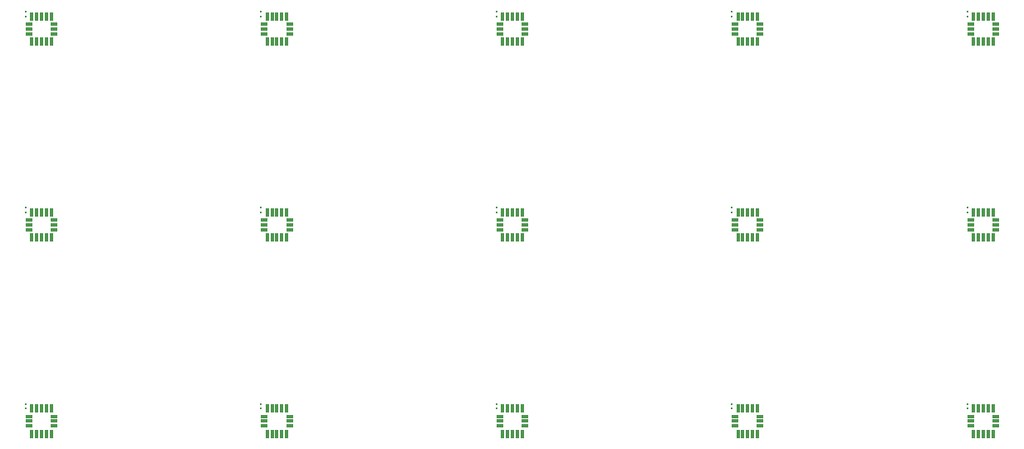
<source format=gbr>
G04 EAGLE Gerber X2 export*
%TF.Part,Single*%
%TF.FileFunction,Paste,Bot*%
%TF.FilePolarity,Positive*%
%TF.GenerationSoftware,Autodesk,EAGLE,8.7.1*%
%TF.CreationDate,2018-04-12T23:37:32Z*%
G75*
%MOMM*%
%FSLAX34Y34*%
%LPD*%
%AMOC8*
5,1,8,0,0,1.08239X$1,22.5*%
G01*
%ADD10R,0.250000X0.250000*%
%ADD11R,0.300000X0.925000*%
%ADD12R,0.800000X0.300000*%


D10*
X62375Y54163D03*
X62375Y49591D03*
D11*
X68586Y49438D03*
X73586Y49438D03*
X78586Y49438D03*
X83586Y49438D03*
X88586Y49438D03*
D12*
X91336Y41563D03*
X91336Y36563D03*
X91336Y31563D03*
D11*
X88586Y23688D03*
X83586Y23688D03*
X78586Y23688D03*
X73586Y23688D03*
X68586Y23688D03*
D12*
X65836Y31563D03*
X65836Y36563D03*
X65836Y41563D03*
D10*
X302375Y54163D03*
X302375Y49591D03*
D11*
X308586Y49438D03*
X313586Y49438D03*
X318586Y49438D03*
X323586Y49438D03*
X328586Y49438D03*
D12*
X331336Y41563D03*
X331336Y36563D03*
X331336Y31563D03*
D11*
X328586Y23688D03*
X323586Y23688D03*
X318586Y23688D03*
X313586Y23688D03*
X308586Y23688D03*
D12*
X305836Y31563D03*
X305836Y36563D03*
X305836Y41563D03*
D10*
X542375Y54163D03*
X542375Y49591D03*
D11*
X548586Y49438D03*
X553586Y49438D03*
X558586Y49438D03*
X563586Y49438D03*
X568586Y49438D03*
D12*
X571336Y41563D03*
X571336Y36563D03*
X571336Y31563D03*
D11*
X568586Y23688D03*
X563586Y23688D03*
X558586Y23688D03*
X553586Y23688D03*
X548586Y23688D03*
D12*
X545836Y31563D03*
X545836Y36563D03*
X545836Y41563D03*
D10*
X782375Y54163D03*
X782375Y49591D03*
D11*
X788586Y49438D03*
X793586Y49438D03*
X798586Y49438D03*
X803586Y49438D03*
X808586Y49438D03*
D12*
X811336Y41563D03*
X811336Y36563D03*
X811336Y31563D03*
D11*
X808586Y23688D03*
X803586Y23688D03*
X798586Y23688D03*
X793586Y23688D03*
X788586Y23688D03*
D12*
X785836Y31563D03*
X785836Y36563D03*
X785836Y41563D03*
D10*
X1022375Y54163D03*
X1022375Y49591D03*
D11*
X1028586Y49438D03*
X1033586Y49438D03*
X1038586Y49438D03*
X1043586Y49438D03*
X1048586Y49438D03*
D12*
X1051336Y41563D03*
X1051336Y36563D03*
X1051336Y31563D03*
D11*
X1048586Y23688D03*
X1043586Y23688D03*
X1038586Y23688D03*
X1033586Y23688D03*
X1028586Y23688D03*
D12*
X1025836Y31563D03*
X1025836Y36563D03*
X1025836Y41563D03*
D10*
X62375Y254163D03*
X62375Y249591D03*
D11*
X68586Y249438D03*
X73586Y249438D03*
X78586Y249438D03*
X83586Y249438D03*
X88586Y249438D03*
D12*
X91336Y241563D03*
X91336Y236563D03*
X91336Y231563D03*
D11*
X88586Y223688D03*
X83586Y223688D03*
X78586Y223688D03*
X73586Y223688D03*
X68586Y223688D03*
D12*
X65836Y231563D03*
X65836Y236563D03*
X65836Y241563D03*
D10*
X302375Y254163D03*
X302375Y249591D03*
D11*
X308586Y249438D03*
X313586Y249438D03*
X318586Y249438D03*
X323586Y249438D03*
X328586Y249438D03*
D12*
X331336Y241563D03*
X331336Y236563D03*
X331336Y231563D03*
D11*
X328586Y223688D03*
X323586Y223688D03*
X318586Y223688D03*
X313586Y223688D03*
X308586Y223688D03*
D12*
X305836Y231563D03*
X305836Y236563D03*
X305836Y241563D03*
D10*
X542375Y254163D03*
X542375Y249591D03*
D11*
X548586Y249438D03*
X553586Y249438D03*
X558586Y249438D03*
X563586Y249438D03*
X568586Y249438D03*
D12*
X571336Y241563D03*
X571336Y236563D03*
X571336Y231563D03*
D11*
X568586Y223688D03*
X563586Y223688D03*
X558586Y223688D03*
X553586Y223688D03*
X548586Y223688D03*
D12*
X545836Y231563D03*
X545836Y236563D03*
X545836Y241563D03*
D10*
X782375Y254163D03*
X782375Y249591D03*
D11*
X788586Y249438D03*
X793586Y249438D03*
X798586Y249438D03*
X803586Y249438D03*
X808586Y249438D03*
D12*
X811336Y241563D03*
X811336Y236563D03*
X811336Y231563D03*
D11*
X808586Y223688D03*
X803586Y223688D03*
X798586Y223688D03*
X793586Y223688D03*
X788586Y223688D03*
D12*
X785836Y231563D03*
X785836Y236563D03*
X785836Y241563D03*
D10*
X1022375Y254163D03*
X1022375Y249591D03*
D11*
X1028586Y249438D03*
X1033586Y249438D03*
X1038586Y249438D03*
X1043586Y249438D03*
X1048586Y249438D03*
D12*
X1051336Y241563D03*
X1051336Y236563D03*
X1051336Y231563D03*
D11*
X1048586Y223688D03*
X1043586Y223688D03*
X1038586Y223688D03*
X1033586Y223688D03*
X1028586Y223688D03*
D12*
X1025836Y231563D03*
X1025836Y236563D03*
X1025836Y241563D03*
D10*
X62375Y454163D03*
X62375Y449591D03*
D11*
X68586Y449438D03*
X73586Y449438D03*
X78586Y449438D03*
X83586Y449438D03*
X88586Y449438D03*
D12*
X91336Y441563D03*
X91336Y436563D03*
X91336Y431563D03*
D11*
X88586Y423688D03*
X83586Y423688D03*
X78586Y423688D03*
X73586Y423688D03*
X68586Y423688D03*
D12*
X65836Y431563D03*
X65836Y436563D03*
X65836Y441563D03*
D10*
X302375Y454163D03*
X302375Y449591D03*
D11*
X308586Y449438D03*
X313586Y449438D03*
X318586Y449438D03*
X323586Y449438D03*
X328586Y449438D03*
D12*
X331336Y441563D03*
X331336Y436563D03*
X331336Y431563D03*
D11*
X328586Y423688D03*
X323586Y423688D03*
X318586Y423688D03*
X313586Y423688D03*
X308586Y423688D03*
D12*
X305836Y431563D03*
X305836Y436563D03*
X305836Y441563D03*
D10*
X542375Y454163D03*
X542375Y449591D03*
D11*
X548586Y449438D03*
X553586Y449438D03*
X558586Y449438D03*
X563586Y449438D03*
X568586Y449438D03*
D12*
X571336Y441563D03*
X571336Y436563D03*
X571336Y431563D03*
D11*
X568586Y423688D03*
X563586Y423688D03*
X558586Y423688D03*
X553586Y423688D03*
X548586Y423688D03*
D12*
X545836Y431563D03*
X545836Y436563D03*
X545836Y441563D03*
D10*
X782375Y454163D03*
X782375Y449591D03*
D11*
X788586Y449438D03*
X793586Y449438D03*
X798586Y449438D03*
X803586Y449438D03*
X808586Y449438D03*
D12*
X811336Y441563D03*
X811336Y436563D03*
X811336Y431563D03*
D11*
X808586Y423688D03*
X803586Y423688D03*
X798586Y423688D03*
X793586Y423688D03*
X788586Y423688D03*
D12*
X785836Y431563D03*
X785836Y436563D03*
X785836Y441563D03*
D10*
X1022375Y454163D03*
X1022375Y449591D03*
D11*
X1028586Y449438D03*
X1033586Y449438D03*
X1038586Y449438D03*
X1043586Y449438D03*
X1048586Y449438D03*
D12*
X1051336Y441563D03*
X1051336Y436563D03*
X1051336Y431563D03*
D11*
X1048586Y423688D03*
X1043586Y423688D03*
X1038586Y423688D03*
X1033586Y423688D03*
X1028586Y423688D03*
D12*
X1025836Y431563D03*
X1025836Y436563D03*
X1025836Y441563D03*
M02*

</source>
